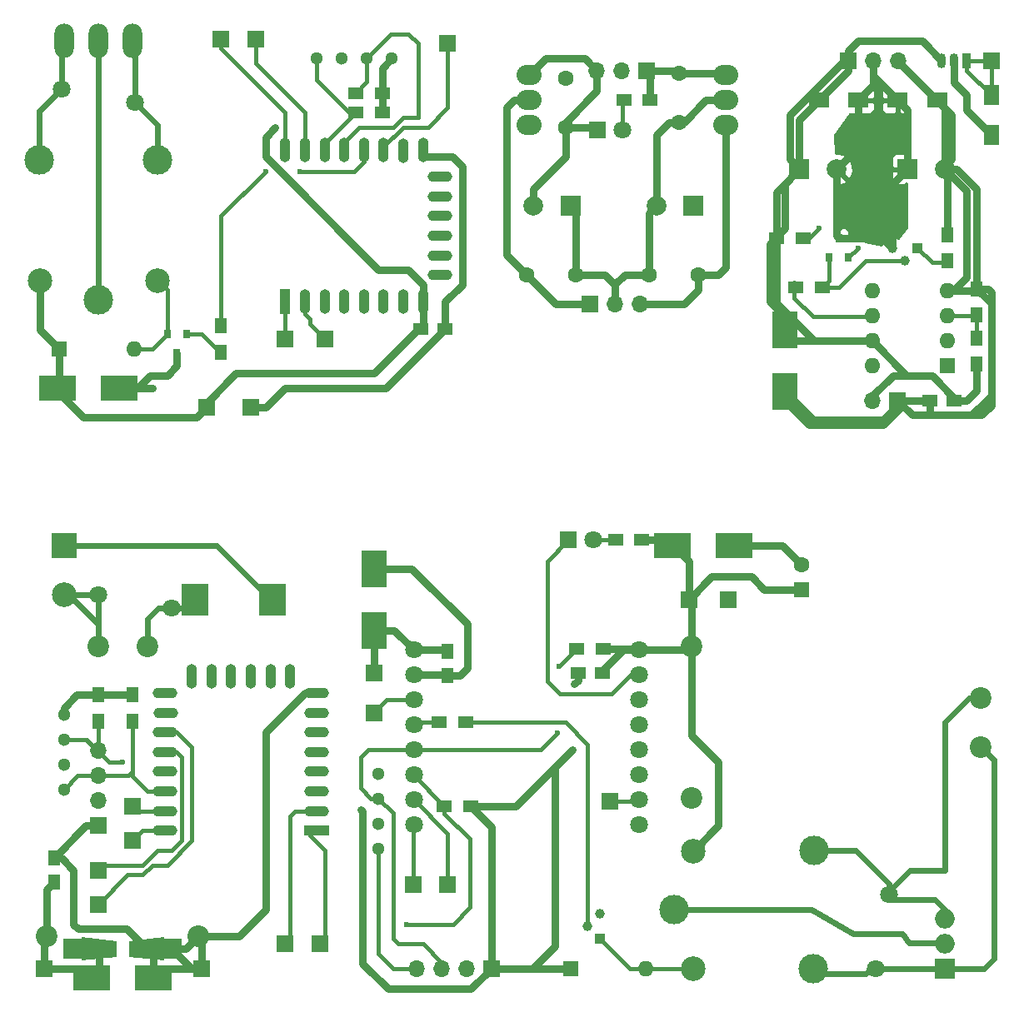
<source format=gtl>
G04 #@! TF.FileFunction,Copper,L1,Top,Signal*
%FSLAX46Y46*%
G04 Gerber Fmt 4.6, Leading zero omitted, Abs format (unit mm)*
G04 Created by KiCad (PCBNEW 4.0.7) date 03/03/18 20:57:52*
%MOMM*%
%LPD*%
G01*
G04 APERTURE LIST*
%ADD10C,0.100000*%
%ADD11R,1.100000X2.500000*%
%ADD12O,1.100000X2.500000*%
%ADD13O,2.500000X1.100000*%
%ADD14R,1.500000X1.250000*%
%ADD15R,3.750000X2.500000*%
%ADD16R,1.250000X1.500000*%
%ADD17R,2.500000X3.750000*%
%ADD18R,1.600000X1.600000*%
%ADD19C,1.600000*%
%ADD20R,2.000000X2.000000*%
%ADD21C,2.000000*%
%ADD22R,2.000000X1.600000*%
%ADD23R,1.600000X2.000000*%
%ADD24O,1.600000X1.600000*%
%ADD25R,1.800000X1.800000*%
%ADD26C,1.800000*%
%ADD27R,1.700000X1.700000*%
%ADD28O,1.700000X1.700000*%
%ADD29C,2.500000*%
%ADD30C,3.000000*%
%ADD31C,1.000000*%
%ADD32R,1.000000X1.000000*%
%ADD33R,1.300000X1.500000*%
%ADD34R,1.500000X1.300000*%
%ADD35C,1.300000*%
%ADD36C,2.200000*%
%ADD37R,2.500000X1.100000*%
%ADD38O,0.900000X1.500000*%
%ADD39R,0.900000X1.500000*%
%ADD40O,2.540000X2.032000*%
%ADD41R,1.998980X1.998980*%
%ADD42R,2.700000X3.200000*%
%ADD43R,0.800000X0.900000*%
%ADD44O,1.998980X1.998980*%
%ADD45O,1.998980X3.500120*%
%ADD46R,2.500000X2.500000*%
%ADD47C,0.600000*%
%ADD48C,0.750000*%
%ADD49C,0.400000*%
%ADD50C,0.600000*%
%ADD51C,0.254000*%
G04 APERTURE END LIST*
D10*
D11*
X126500000Y-129200000D03*
D12*
X128500000Y-129200000D03*
X130500000Y-129200000D03*
X132500000Y-129200000D03*
X134500000Y-129200000D03*
X136500000Y-129200000D03*
X138500000Y-129200000D03*
X140500000Y-129200000D03*
X140500000Y-113800000D03*
X138500000Y-113900000D03*
X136500000Y-113800000D03*
X134500000Y-113800000D03*
X132500000Y-113800000D03*
X130500000Y-113800000D03*
X128500000Y-113800000D03*
X126500000Y-113800000D03*
D13*
X142200000Y-126510000D03*
X142200000Y-124510000D03*
X142200000Y-122510000D03*
X142200000Y-120510000D03*
X142200000Y-118510000D03*
X142200000Y-116510000D03*
D14*
X140250000Y-132000000D03*
X142750000Y-132000000D03*
D15*
X103375000Y-138000000D03*
X109625000Y-138000000D03*
D16*
X103000000Y-185750000D03*
X103000000Y-188250000D03*
D15*
X113125000Y-198000000D03*
X106875000Y-198000000D03*
D14*
X158750000Y-167000000D03*
X156250000Y-167000000D03*
D15*
X165875000Y-154000000D03*
X172125000Y-154000000D03*
D17*
X135500000Y-162625000D03*
X135500000Y-156375000D03*
D16*
X143000000Y-164750000D03*
X143000000Y-167250000D03*
D18*
X179000000Y-158500000D03*
D19*
X179000000Y-156000000D03*
D17*
X177250000Y-132125000D03*
X177250000Y-138375000D03*
D19*
X168500000Y-126500000D03*
X163500000Y-126500000D03*
X156000000Y-126500000D03*
X151000000Y-126500000D03*
D14*
X194500000Y-139250000D03*
X192000000Y-139250000D03*
D20*
X168000000Y-119500000D03*
D21*
X164200000Y-119500000D03*
D20*
X155500000Y-119500000D03*
D21*
X151700000Y-119500000D03*
D19*
X166500000Y-106000000D03*
X166500000Y-111000000D03*
X155000000Y-106500000D03*
X155000000Y-111500000D03*
D22*
X180750000Y-108750000D03*
X184750000Y-108750000D03*
X188750000Y-108750000D03*
X192750000Y-108750000D03*
D20*
X178750000Y-115750000D03*
D21*
X182550000Y-115750000D03*
D20*
X189750000Y-115750000D03*
D21*
X193550000Y-115750000D03*
D23*
X198250000Y-108250000D03*
X198250000Y-112250000D03*
D18*
X155500000Y-197000000D03*
D24*
X163120000Y-197000000D03*
D25*
X155300000Y-153450000D03*
D26*
X157840000Y-153450000D03*
D25*
X158250000Y-111750000D03*
D26*
X160790000Y-111750000D03*
D27*
X147500000Y-197000000D03*
D28*
X144960000Y-197000000D03*
X142420000Y-197000000D03*
X139880000Y-197000000D03*
D27*
X157500000Y-129500000D03*
D28*
X160040000Y-129500000D03*
X162580000Y-129500000D03*
D27*
X188750000Y-139250000D03*
D28*
X186210000Y-139250000D03*
D27*
X107500000Y-182500000D03*
D28*
X107500000Y-179960000D03*
X107500000Y-177420000D03*
X107500000Y-174880000D03*
D27*
X163250000Y-105750000D03*
D28*
X160710000Y-105750000D03*
X158170000Y-105750000D03*
D27*
X183750000Y-104750000D03*
D28*
X186290000Y-104750000D03*
X188830000Y-104750000D03*
D29*
X113550000Y-127050000D03*
D30*
X113550000Y-114850000D03*
X101500000Y-114800000D03*
D29*
X101550000Y-127050000D03*
D30*
X107500000Y-129000000D03*
D29*
X167950000Y-197050000D03*
D30*
X180150000Y-197050000D03*
X180200000Y-185000000D03*
D29*
X167950000Y-185050000D03*
D30*
X166000000Y-191000000D03*
D31*
X157230000Y-192730000D03*
X158500000Y-191460000D03*
D32*
X158500000Y-194000000D03*
D31*
X189480000Y-125020000D03*
X188210000Y-123750000D03*
D32*
X190750000Y-123750000D03*
D33*
X120000000Y-134350000D03*
X120000000Y-131650000D03*
D34*
X133650000Y-110000000D03*
X136350000Y-110000000D03*
X133650000Y-108000000D03*
X136350000Y-108000000D03*
X144850000Y-172000000D03*
X142150000Y-172000000D03*
X142650000Y-180500000D03*
X145350000Y-180500000D03*
X156150000Y-164500000D03*
X158850000Y-164500000D03*
X162750000Y-153450000D03*
X160050000Y-153450000D03*
D33*
X196750000Y-135600000D03*
X196750000Y-132900000D03*
X196750000Y-130600000D03*
X196750000Y-127900000D03*
X111000000Y-171850000D03*
X111000000Y-169150000D03*
D34*
X163600000Y-108750000D03*
X160900000Y-108750000D03*
X181100000Y-127750000D03*
X178400000Y-127750000D03*
D33*
X107500000Y-171850000D03*
X107500000Y-169150000D03*
D35*
X137310000Y-104500000D03*
X134770000Y-104500000D03*
X132230000Y-104500000D03*
X129690000Y-104500000D03*
X136000000Y-177190000D03*
X136000000Y-179730000D03*
X136000000Y-182270000D03*
X136000000Y-184810000D03*
X104000000Y-171190000D03*
X104000000Y-173730000D03*
X104000000Y-176270000D03*
X104000000Y-178810000D03*
D26*
X162430000Y-164610000D03*
X139570000Y-164610000D03*
X162430000Y-167150000D03*
X139570000Y-167150000D03*
X162430000Y-169690000D03*
X139570000Y-169690000D03*
X162430000Y-172230000D03*
X139570000Y-172230000D03*
X162430000Y-174770000D03*
X139570000Y-174770000D03*
X162430000Y-177310000D03*
X139570000Y-177310000D03*
X162430000Y-179850000D03*
X139570000Y-179850000D03*
X162430000Y-182390000D03*
X139570000Y-182390000D03*
D36*
X197200000Y-174500000D03*
X197200000Y-169500000D03*
X167800000Y-179700000D03*
X167800000Y-164300000D03*
D18*
X193750000Y-135750000D03*
D24*
X186130000Y-128130000D03*
X193750000Y-133210000D03*
X186130000Y-130670000D03*
X193750000Y-130670000D03*
X186130000Y-133210000D03*
X193750000Y-128130000D03*
X186130000Y-135750000D03*
D37*
X129700000Y-183000000D03*
D13*
X129700000Y-181000000D03*
X129700000Y-179000000D03*
X129700000Y-177000000D03*
X129700000Y-175000000D03*
X129700000Y-173000000D03*
X129700000Y-171000000D03*
X129700000Y-169000000D03*
X114300000Y-169000000D03*
X114400000Y-171000000D03*
X114300000Y-173000000D03*
X114300000Y-175000000D03*
X114300000Y-177000000D03*
X114300000Y-179000000D03*
X114300000Y-181000000D03*
X114300000Y-183000000D03*
D12*
X127010000Y-167300000D03*
X125010000Y-167300000D03*
X123010000Y-167300000D03*
X121010000Y-167300000D03*
X119010000Y-167300000D03*
X117010000Y-167300000D03*
D38*
X194480000Y-104750000D03*
X193210000Y-104750000D03*
D39*
X195750000Y-104750000D03*
D40*
X171250000Y-108750000D03*
X171250000Y-106210000D03*
X171250000Y-111290000D03*
X151250000Y-108750000D03*
X151250000Y-106210000D03*
X151250000Y-111290000D03*
D10*
G36*
X114163060Y-193801120D02*
X114163060Y-196198880D01*
X110662940Y-195800100D01*
X110662940Y-194199900D01*
X114163060Y-193801120D01*
X114163060Y-193801120D01*
G37*
G36*
X105836940Y-196198880D02*
X105836940Y-193801120D01*
X109337060Y-194199900D01*
X109337060Y-195800100D01*
X105836940Y-196198880D01*
X105836940Y-196198880D01*
G37*
D41*
X115001260Y-195000000D03*
X104998740Y-195000000D03*
D27*
X118000000Y-197000000D03*
X123000000Y-140000000D03*
D36*
X107500000Y-164300000D03*
X112500000Y-164300000D03*
X102300000Y-193700000D03*
X117700000Y-193700000D03*
D27*
X118500000Y-140000000D03*
X102000000Y-197000000D03*
X143000000Y-103000000D03*
X130500000Y-133000000D03*
X167500000Y-159500000D03*
X135500000Y-167000000D03*
X171500000Y-159500000D03*
X135500000Y-171000000D03*
X159500000Y-180000000D03*
X130000000Y-194500000D03*
X126500000Y-194500000D03*
X107500000Y-187000000D03*
X198250000Y-104750000D03*
X107500000Y-190500000D03*
X143000000Y-188500000D03*
X111000000Y-180500000D03*
X139500000Y-188500000D03*
X111000000Y-184000000D03*
D42*
X117300000Y-159500000D03*
X125200000Y-159500000D03*
D43*
X116450000Y-132500000D03*
X114550000Y-132500000D03*
X115500000Y-134500000D03*
X181800000Y-124750000D03*
X183700000Y-124750000D03*
X182750000Y-122750000D03*
D44*
X193500000Y-191920000D03*
D41*
X193500000Y-197000000D03*
D44*
X193500000Y-194460000D03*
D34*
X179100000Y-122750000D03*
X176400000Y-122750000D03*
D33*
X193750000Y-125100000D03*
X193750000Y-122400000D03*
D18*
X103500000Y-134000000D03*
D24*
X111120000Y-134000000D03*
D27*
X126500000Y-133000000D03*
X123500000Y-102500000D03*
X120000000Y-102500000D03*
D45*
X107500000Y-102750000D03*
X111000120Y-102750000D03*
X103999880Y-102750000D03*
D26*
X186500000Y-197000000D03*
X187900000Y-189500000D03*
X107500000Y-159000000D03*
X115000000Y-160400000D03*
X111250000Y-109000000D03*
X103750000Y-107600000D03*
D46*
X104000000Y-154000000D03*
D29*
X104000000Y-159000000D03*
D47*
X125500000Y-111500000D03*
X113000000Y-138000000D03*
X134150000Y-180850000D03*
X155650000Y-174800000D03*
X155850000Y-168100000D03*
X154300000Y-166300000D03*
X154150000Y-173050000D03*
X138850000Y-192500000D03*
X110000000Y-176000000D03*
X184750000Y-123750000D03*
X180750000Y-121750000D03*
X128000000Y-116000000D03*
X124500000Y-116000000D03*
D48*
X140500000Y-127500000D02*
X140500000Y-128500000D01*
X139000000Y-126000000D02*
X140500000Y-127500000D01*
X136000000Y-126000000D02*
X139000000Y-126000000D01*
X124500000Y-114500000D02*
X136000000Y-126000000D01*
X124500000Y-112500000D02*
X124500000Y-114500000D01*
X125500000Y-111500000D02*
X124500000Y-112500000D01*
X136350000Y-108000000D02*
X136350000Y-105460000D01*
X136350000Y-105460000D02*
X137310000Y-104500000D01*
X136350000Y-110000000D02*
X136350000Y-108000000D01*
X118500000Y-140000000D02*
X118500000Y-139500000D01*
X118500000Y-139500000D02*
X121500000Y-136500000D01*
X140500000Y-131500000D02*
X140500000Y-128500000D01*
X135500000Y-136500000D02*
X140500000Y-131500000D01*
X121500000Y-136500000D02*
X135500000Y-136500000D01*
X118500000Y-140000000D02*
X117500000Y-141000000D01*
X103375000Y-138000000D02*
X103375000Y-138375000D01*
X103375000Y-138375000D02*
X106000000Y-141000000D01*
X106000000Y-141000000D02*
X117500000Y-141000000D01*
X103500000Y-134000000D02*
X103500000Y-137875000D01*
X103500000Y-137875000D02*
X103375000Y-138000000D01*
X101550000Y-127050000D02*
X101550000Y-132050000D01*
X101550000Y-132050000D02*
X103500000Y-134000000D01*
X115001260Y-195000000D02*
X112413000Y-195000000D01*
X112413000Y-195000000D02*
X110413000Y-193000000D01*
X103750000Y-185750000D02*
X103000000Y-185750000D01*
X105000000Y-187000000D02*
X103750000Y-185750000D01*
X105000000Y-192500000D02*
X105000000Y-187000000D01*
X105500000Y-193000000D02*
X105000000Y-192500000D01*
X110413000Y-193000000D02*
X105500000Y-193000000D01*
X129000000Y-169000000D02*
X128500000Y-169000000D01*
X128500000Y-169000000D02*
X124500000Y-173000000D01*
X124500000Y-173000000D02*
X124500000Y-191000000D01*
X124500000Y-191000000D02*
X121800000Y-193700000D01*
X121800000Y-193700000D02*
X117700000Y-193700000D01*
X107500000Y-182500000D02*
X106250000Y-182500000D01*
X106250000Y-182500000D02*
X103000000Y-185750000D01*
X118000000Y-197000000D02*
X114125000Y-197000000D01*
X114125000Y-197000000D02*
X113125000Y-198000000D01*
X118000000Y-197000000D02*
X117001260Y-197000000D01*
X117001260Y-197000000D02*
X115001260Y-195000000D01*
X118000000Y-197000000D02*
X118000000Y-194000000D01*
X118000000Y-194000000D02*
X117700000Y-193700000D01*
X115001260Y-195000000D02*
X116400000Y-195000000D01*
X116400000Y-195000000D02*
X117700000Y-193700000D01*
X113125000Y-198000000D02*
X113125000Y-195712000D01*
X113125000Y-195712000D02*
X112413000Y-195000000D01*
X104000000Y-171190000D02*
X104000000Y-170500000D01*
X105350000Y-169150000D02*
X111000000Y-169150000D01*
X104000000Y-170500000D02*
X105350000Y-169150000D01*
X109625000Y-138000000D02*
X113000000Y-138000000D01*
X123000000Y-140000000D02*
X124500000Y-140000000D01*
X136750000Y-138000000D02*
X142750000Y-132000000D01*
X126500000Y-138000000D02*
X136750000Y-138000000D01*
X124500000Y-140000000D02*
X126500000Y-138000000D01*
X142750000Y-132000000D02*
X142750000Y-129250000D01*
X143500000Y-114500000D02*
X140500000Y-114500000D01*
X144500000Y-115500000D02*
X143500000Y-114500000D01*
X144500000Y-127500000D02*
X144500000Y-115500000D01*
X142750000Y-129250000D02*
X144500000Y-127500000D01*
X109625000Y-138000000D02*
X111500000Y-138000000D01*
X111500000Y-138000000D02*
X112750000Y-136750000D01*
X112750000Y-136750000D02*
X114500000Y-136750000D01*
X115500000Y-134500000D02*
X115500000Y-135750000D01*
X115500000Y-135750000D02*
X114500000Y-136750000D01*
X102300000Y-193700000D02*
X102300000Y-188950000D01*
X102300000Y-188950000D02*
X103000000Y-188250000D01*
X102000000Y-197000000D02*
X102000000Y-194000000D01*
X102000000Y-194000000D02*
X102300000Y-193700000D01*
X107587000Y-195000000D02*
X107587000Y-197288000D01*
X107587000Y-197288000D02*
X106875000Y-198000000D01*
X104998740Y-195000000D02*
X107587000Y-195000000D01*
X102000000Y-197000000D02*
X105875000Y-197000000D01*
X105875000Y-197000000D02*
X106875000Y-198000000D01*
X167800000Y-164300000D02*
X167800000Y-159800000D01*
X167800000Y-159800000D02*
X167500000Y-159500000D01*
X147500000Y-197000000D02*
X151650000Y-197000000D01*
X153900000Y-176550000D02*
X155650000Y-174800000D01*
X153900000Y-194750000D02*
X153900000Y-176550000D01*
X151650000Y-197000000D02*
X153900000Y-194750000D01*
X134150000Y-180850000D02*
X134350000Y-181050000D01*
X134350000Y-181050000D02*
X134350000Y-196500000D01*
X134350000Y-196500000D02*
X136950000Y-199100000D01*
X136950000Y-199100000D02*
X145400000Y-199100000D01*
X145400000Y-199100000D02*
X147500000Y-197000000D01*
X149950000Y-180500000D02*
X145350000Y-180500000D01*
X155650000Y-174800000D02*
X149950000Y-180500000D01*
X147500000Y-197000000D02*
X147500000Y-182650000D01*
X147500000Y-182650000D02*
X145350000Y-180500000D01*
X167500000Y-159500000D02*
X167500000Y-155625000D01*
X167500000Y-155625000D02*
X165875000Y-154000000D01*
X179000000Y-158500000D02*
X175200000Y-158500000D01*
X169850000Y-157150000D02*
X167500000Y-159500000D01*
X173850000Y-157150000D02*
X169850000Y-157150000D01*
X175200000Y-158500000D02*
X173850000Y-157150000D01*
X162750000Y-153450000D02*
X165325000Y-153450000D01*
X165325000Y-153450000D02*
X165875000Y-154000000D01*
X155500000Y-197000000D02*
X147500000Y-197000000D01*
X162430000Y-164610000D02*
X167490000Y-164610000D01*
X167490000Y-164610000D02*
X167800000Y-164300000D01*
X158750000Y-167000000D02*
X158750000Y-166750000D01*
X158750000Y-166750000D02*
X160890000Y-164610000D01*
X160890000Y-164610000D02*
X162430000Y-164610000D01*
X158850000Y-164500000D02*
X162320000Y-164500000D01*
X162320000Y-164500000D02*
X162430000Y-164610000D01*
X167800000Y-164300000D02*
X167800000Y-173300000D01*
X170500000Y-182500000D02*
X167950000Y-185050000D01*
X170500000Y-176000000D02*
X170500000Y-182500000D01*
X167800000Y-173300000D02*
X170500000Y-176000000D01*
X135500000Y-156375000D02*
X139375000Y-156375000D01*
X144250000Y-167250000D02*
X143000000Y-167250000D01*
X145000000Y-166500000D02*
X144250000Y-167250000D01*
X145000000Y-162000000D02*
X145000000Y-166500000D01*
X139375000Y-156375000D02*
X145000000Y-162000000D01*
X156250000Y-167000000D02*
X156250000Y-167700000D01*
X156250000Y-167700000D02*
X155850000Y-168100000D01*
X172125000Y-154000000D02*
X177000000Y-154000000D01*
X177000000Y-154000000D02*
X179000000Y-156000000D01*
X139570000Y-167150000D02*
X142900000Y-167150000D01*
X142900000Y-167150000D02*
X143000000Y-167250000D01*
X135500000Y-167000000D02*
X135500000Y-162625000D01*
X135500000Y-162625000D02*
X137585000Y-162625000D01*
X137585000Y-162625000D02*
X139570000Y-164610000D01*
X139570000Y-164610000D02*
X142860000Y-164610000D01*
X142860000Y-164610000D02*
X143000000Y-164750000D01*
X177250000Y-132125000D02*
X177250000Y-130750000D01*
X177250000Y-130750000D02*
X175750000Y-129250000D01*
X175750000Y-129250000D02*
X175750000Y-123400000D01*
X175750000Y-123400000D02*
X176400000Y-122750000D01*
X178750000Y-115750000D02*
X177750000Y-114750000D01*
X177750000Y-114750000D02*
X177750000Y-110250000D01*
X177750000Y-110250000D02*
X183250000Y-104750000D01*
X183250000Y-104750000D02*
X183750000Y-104750000D01*
X176400000Y-122750000D02*
X176400000Y-122600000D01*
X176400000Y-122600000D02*
X177250000Y-121750000D01*
X177250000Y-117250000D02*
X178750000Y-115750000D01*
X177250000Y-121750000D02*
X177250000Y-117250000D01*
X178750000Y-115750000D02*
X178750000Y-110750000D01*
X178750000Y-110750000D02*
X180750000Y-108750000D01*
X183750000Y-104750000D02*
X183750000Y-103750000D01*
X191210000Y-102750000D02*
X193210000Y-104750000D01*
X184750000Y-102750000D02*
X191210000Y-102750000D01*
X183750000Y-103750000D02*
X184750000Y-102750000D01*
X194500000Y-139250000D02*
X194500000Y-139000000D01*
X194500000Y-139000000D02*
X192250000Y-136750000D01*
X192250000Y-136750000D02*
X189670000Y-136750000D01*
X194500000Y-139250000D02*
X195750000Y-139250000D01*
X196750000Y-138250000D02*
X196750000Y-135600000D01*
X195750000Y-139250000D02*
X196750000Y-138250000D01*
X186210000Y-139250000D02*
X186210000Y-138790000D01*
X186210000Y-138790000D02*
X188250000Y-136750000D01*
X188250000Y-136750000D02*
X189670000Y-136750000D01*
X189670000Y-136750000D02*
X186130000Y-133210000D01*
X186130000Y-133210000D02*
X178335000Y-133210000D01*
X178335000Y-133210000D02*
X177250000Y-132125000D01*
X186130000Y-133210000D02*
X180210000Y-133210000D01*
X176400000Y-129400000D02*
X176400000Y-122750000D01*
X180210000Y-133210000D02*
X176400000Y-129400000D01*
X176400000Y-122750000D02*
X176400000Y-118100000D01*
X176400000Y-118100000D02*
X178750000Y-115750000D01*
X183750000Y-105750000D02*
X183750000Y-104750000D01*
X178750000Y-110750000D02*
X183750000Y-105750000D01*
X177250000Y-138375000D02*
X177250000Y-139250000D01*
X177250000Y-139250000D02*
X179750000Y-141750000D01*
X187250000Y-141750000D02*
X189250000Y-139750000D01*
X179750000Y-141750000D02*
X187250000Y-141750000D01*
X189250000Y-139750000D02*
X188750000Y-139250000D01*
X188750000Y-139250000D02*
X190250000Y-140750000D01*
X198250000Y-139250000D02*
X198250000Y-129400000D01*
X198250000Y-139750000D02*
X198250000Y-139250000D01*
X197250000Y-140750000D02*
X198250000Y-139750000D01*
X190250000Y-140750000D02*
X197250000Y-140750000D01*
X198250000Y-129400000D02*
X198250000Y-128250000D01*
X197900000Y-127900000D02*
X196750000Y-127900000D01*
X198250000Y-128250000D02*
X197900000Y-127900000D01*
X193550000Y-115750000D02*
X193550000Y-115450000D01*
X193550000Y-115450000D02*
X194250000Y-114750000D01*
X194250000Y-110250000D02*
X192750000Y-108750000D01*
X194250000Y-114750000D02*
X194250000Y-110250000D01*
X196750000Y-127900000D02*
X196750000Y-117750000D01*
X194750000Y-115750000D02*
X193550000Y-115750000D01*
X196750000Y-117750000D02*
X194750000Y-115750000D01*
X192000000Y-139250000D02*
X192000000Y-140500000D01*
X192000000Y-140500000D02*
X192250000Y-140750000D01*
X192250000Y-140750000D02*
X196250000Y-140750000D01*
X196250000Y-140750000D02*
X198250000Y-138750000D01*
X198250000Y-138750000D02*
X198250000Y-129400000D01*
X198250000Y-129400000D02*
X196750000Y-127900000D01*
X188750000Y-139250000D02*
X192000000Y-139250000D01*
X188750000Y-139250000D02*
X188750000Y-139750000D01*
X188750000Y-139750000D02*
X187250000Y-141250000D01*
X180125000Y-141250000D02*
X177250000Y-138375000D01*
X187250000Y-141250000D02*
X180125000Y-141250000D01*
X188750000Y-139250000D02*
X189250000Y-139250000D01*
X193750000Y-128130000D02*
X196520000Y-128130000D01*
X196520000Y-128130000D02*
X196750000Y-127900000D01*
X193750000Y-128130000D02*
X194370000Y-128130000D01*
X194370000Y-128130000D02*
X195750000Y-126750000D01*
X195750000Y-117950000D02*
X193550000Y-115750000D01*
X195750000Y-126750000D02*
X195750000Y-117950000D01*
X193750000Y-122400000D02*
X193750000Y-115950000D01*
X193750000Y-115950000D02*
X193550000Y-115750000D01*
X188830000Y-104750000D02*
X188830000Y-104830000D01*
X188830000Y-104830000D02*
X193550000Y-109550000D01*
X193550000Y-109550000D02*
X193550000Y-115750000D01*
X168500000Y-126500000D02*
X170500000Y-126500000D01*
X171250000Y-125750000D02*
X171250000Y-111290000D01*
X170500000Y-126500000D02*
X171250000Y-125750000D01*
X162580000Y-129500000D02*
X167000000Y-129500000D01*
X168500000Y-128000000D02*
X168500000Y-126500000D01*
X167000000Y-129500000D02*
X168500000Y-128000000D01*
X151000000Y-126500000D02*
X149000000Y-124500000D01*
X149000000Y-124500000D02*
X149000000Y-109500000D01*
X149000000Y-109500000D02*
X149750000Y-108750000D01*
X149750000Y-108750000D02*
X151250000Y-108750000D01*
X157500000Y-129500000D02*
X154000000Y-129500000D01*
X154000000Y-129500000D02*
X151000000Y-126500000D01*
D49*
X149750000Y-108750000D02*
X151250000Y-108750000D01*
X149000000Y-109500000D02*
X149750000Y-108750000D01*
X149000000Y-124500000D02*
X149000000Y-109500000D01*
X154000000Y-129500000D02*
X151000000Y-126500000D01*
D48*
X166500000Y-106000000D02*
X171040000Y-106000000D01*
X171040000Y-106000000D02*
X171250000Y-106210000D01*
X163250000Y-105750000D02*
X166250000Y-105750000D01*
X166250000Y-105750000D02*
X166500000Y-106000000D01*
X163600000Y-108750000D02*
X163600000Y-106100000D01*
X163600000Y-106100000D02*
X163250000Y-105750000D01*
X151250000Y-106210000D02*
X151290000Y-106210000D01*
X151290000Y-106210000D02*
X153000000Y-104500000D01*
X153000000Y-104500000D02*
X156920000Y-104500000D01*
X156920000Y-104500000D02*
X158170000Y-105750000D01*
X155000000Y-111500000D02*
X155000000Y-111000000D01*
X155000000Y-111000000D02*
X158170000Y-107830000D01*
X158170000Y-107830000D02*
X158170000Y-105750000D01*
X155000000Y-111500000D02*
X158000000Y-111500000D01*
X158000000Y-111500000D02*
X158250000Y-111750000D01*
X151700000Y-119500000D02*
X151700000Y-117800000D01*
X155000000Y-114500000D02*
X155000000Y-111500000D01*
X151700000Y-117800000D02*
X155000000Y-114500000D01*
X198250000Y-112250000D02*
X195750000Y-109750000D01*
X194480000Y-106980000D02*
X194480000Y-104750000D01*
X195750000Y-108250000D02*
X194480000Y-106980000D01*
X195750000Y-109750000D02*
X195750000Y-108250000D01*
X186290000Y-104750000D02*
X186290000Y-107210000D01*
X186290000Y-107210000D02*
X184750000Y-108750000D01*
X184750000Y-108750000D02*
X184750000Y-113550000D01*
X184750000Y-113550000D02*
X182550000Y-115750000D01*
X182550000Y-115750000D02*
X182550000Y-122550000D01*
X182550000Y-122550000D02*
X182750000Y-122750000D01*
X182750000Y-122750000D02*
X187210000Y-122750000D01*
X187210000Y-122750000D02*
X188210000Y-123750000D01*
X188210000Y-123750000D02*
X188210000Y-117290000D01*
X188210000Y-117290000D02*
X189750000Y-115750000D01*
X189750000Y-115750000D02*
X189750000Y-109750000D01*
X189750000Y-109750000D02*
X186290000Y-106290000D01*
X186290000Y-106290000D02*
X186290000Y-104750000D01*
D49*
X195750000Y-104750000D02*
X198250000Y-104750000D01*
X198250000Y-104750000D02*
X198250000Y-108250000D01*
X198250000Y-108250000D02*
X195750000Y-105750000D01*
X195750000Y-105750000D02*
X195750000Y-104750000D01*
X114550000Y-132500000D02*
X114550000Y-128050000D01*
X114550000Y-128050000D02*
X113550000Y-127050000D01*
X111120000Y-134000000D02*
X113050000Y-134000000D01*
X113050000Y-134000000D02*
X114550000Y-132500000D01*
X163120000Y-197000000D02*
X161500000Y-197000000D01*
X161500000Y-197000000D02*
X158500000Y-194000000D01*
X167950000Y-197050000D02*
X163170000Y-197050000D01*
X163170000Y-197050000D02*
X163120000Y-197000000D01*
X162430000Y-167150000D02*
X161600000Y-167150000D01*
X161600000Y-167150000D02*
X159700000Y-169050000D01*
X159700000Y-169050000D02*
X154400000Y-169050000D01*
X154400000Y-169050000D02*
X153150000Y-167800000D01*
X153150000Y-167800000D02*
X153150000Y-155600000D01*
X153150000Y-155600000D02*
X155300000Y-153450000D01*
X157840000Y-153450000D02*
X160050000Y-153450000D01*
X160790000Y-111750000D02*
X160790000Y-108860000D01*
X160790000Y-108860000D02*
X160900000Y-108750000D01*
X136500000Y-114500000D02*
X136500000Y-113500000D01*
X136500000Y-113500000D02*
X138500000Y-111500000D01*
X138500000Y-111500000D02*
X141000000Y-111500000D01*
X141000000Y-111500000D02*
X143000000Y-109500000D01*
X143000000Y-109500000D02*
X143000000Y-103000000D01*
D50*
X103750000Y-107600000D02*
X103750000Y-102999880D01*
X103750000Y-102999880D02*
X103999880Y-102750000D01*
X101500000Y-114800000D02*
X101500000Y-109850000D01*
X101500000Y-109850000D02*
X103750000Y-107600000D01*
X113550000Y-114850000D02*
X113550000Y-111300000D01*
X113550000Y-111300000D02*
X111250000Y-109000000D01*
X111250000Y-109000000D02*
X111250000Y-102999880D01*
X111250000Y-102999880D02*
X111000120Y-102750000D01*
X107500000Y-103040000D02*
X107460000Y-103000000D01*
X107500000Y-129000000D02*
X107500000Y-103040000D01*
D49*
X130500000Y-133000000D02*
X129000000Y-131500000D01*
X128500000Y-130500000D02*
X128500000Y-128500000D01*
X129000000Y-131000000D02*
X128500000Y-130500000D01*
X129000000Y-131500000D02*
X129000000Y-131000000D01*
X139570000Y-174770000D02*
X152430000Y-174770000D01*
X154300000Y-166300000D02*
X156100000Y-164500000D01*
X152430000Y-174770000D02*
X154150000Y-173050000D01*
X156100000Y-164500000D02*
X156150000Y-164500000D01*
X136000000Y-179730000D02*
X135230000Y-179730000D01*
X134930000Y-174770000D02*
X139570000Y-174770000D01*
X134150000Y-175550000D02*
X134930000Y-174770000D01*
X134150000Y-178650000D02*
X134150000Y-175550000D01*
X135230000Y-179730000D02*
X134150000Y-178650000D01*
X142420000Y-197000000D02*
X142420000Y-196420000D01*
X142420000Y-196420000D02*
X140500000Y-194500000D01*
X140500000Y-194500000D02*
X138000000Y-194500000D01*
X138000000Y-194500000D02*
X137500000Y-194000000D01*
X137500000Y-194000000D02*
X137500000Y-181230000D01*
X137500000Y-181230000D02*
X136000000Y-179730000D01*
X142650000Y-180500000D02*
X142650000Y-181250000D01*
X143550000Y-192500000D02*
X138850000Y-192500000D01*
X145250000Y-190800000D02*
X143550000Y-192500000D01*
X145250000Y-183850000D02*
X145250000Y-190800000D01*
X142650000Y-181250000D02*
X145250000Y-183850000D01*
X139570000Y-177310000D02*
X139570000Y-177420000D01*
X139570000Y-177420000D02*
X142650000Y-180500000D01*
X139880000Y-197000000D02*
X137500000Y-197000000D01*
X137500000Y-197000000D02*
X136000000Y-195500000D01*
X136000000Y-195500000D02*
X136000000Y-184810000D01*
X139570000Y-169690000D02*
X136810000Y-169690000D01*
X136810000Y-169690000D02*
X135500000Y-171000000D01*
D50*
X187900000Y-190000000D02*
X187900000Y-188400000D01*
X184500000Y-185000000D02*
X180200000Y-185000000D01*
X187900000Y-188400000D02*
X184500000Y-185000000D01*
X193500000Y-191920000D02*
X193500000Y-191000000D01*
X193500000Y-191000000D02*
X192500000Y-190000000D01*
X192500000Y-190000000D02*
X187900000Y-190000000D01*
X197200000Y-169500000D02*
X196000000Y-169500000D01*
X193500000Y-187000000D02*
X190000000Y-187000000D01*
X190000000Y-187000000D02*
X187800000Y-189200000D01*
X193500000Y-172000000D02*
X193500000Y-187000000D01*
X196000000Y-169500000D02*
X193500000Y-172000000D01*
X185500000Y-197500000D02*
X180600000Y-197500000D01*
X180600000Y-197500000D02*
X180150000Y-197050000D01*
X193500000Y-197000000D02*
X186000000Y-197000000D01*
X186000000Y-197000000D02*
X185500000Y-197500000D01*
X193500000Y-197000000D02*
X197500000Y-197000000D01*
X198500000Y-175800000D02*
X197200000Y-174500000D01*
X198500000Y-196000000D02*
X198500000Y-175800000D01*
X197500000Y-197000000D02*
X198500000Y-196000000D01*
X193644890Y-194395680D02*
X189894890Y-194395680D01*
X180000000Y-191000000D02*
X166000000Y-191000000D01*
X184250000Y-193500000D02*
X180000000Y-191000000D01*
X189250000Y-193500000D02*
X184250000Y-193500000D01*
X189894890Y-194395680D02*
X189250000Y-193500000D01*
D49*
X159500000Y-180000000D02*
X162280000Y-180000000D01*
X162280000Y-180000000D02*
X162430000Y-179850000D01*
X107500000Y-177420000D02*
X105390000Y-177420000D01*
X105390000Y-177420000D02*
X104000000Y-178810000D01*
X111000000Y-171850000D02*
X111000000Y-177000000D01*
X110580000Y-177420000D02*
X107500000Y-177420000D01*
X111000000Y-177000000D02*
X110580000Y-177420000D01*
X111000000Y-171850000D02*
X111000000Y-177500000D01*
X112500000Y-179000000D02*
X115000000Y-179000000D01*
X111000000Y-177500000D02*
X112500000Y-179000000D01*
X107500000Y-171850000D02*
X107500000Y-174880000D01*
X107500000Y-174880000D02*
X107380000Y-174880000D01*
X107380000Y-174880000D02*
X106230000Y-173730000D01*
X106230000Y-173730000D02*
X104000000Y-173730000D01*
X104000000Y-173730000D02*
X106350000Y-173730000D01*
X108620000Y-176000000D02*
X110000000Y-176000000D01*
X106350000Y-173730000D02*
X108620000Y-176000000D01*
X129000000Y-183000000D02*
X129000000Y-183500000D01*
X129000000Y-183500000D02*
X130500000Y-185000000D01*
X130500000Y-185000000D02*
X130500000Y-194500000D01*
X129000000Y-181000000D02*
X127500000Y-181000000D01*
X127000000Y-181500000D02*
X127000000Y-194500000D01*
X127500000Y-181000000D02*
X127000000Y-181500000D01*
X113500000Y-185000000D02*
X112500000Y-186000000D01*
X115000000Y-185000000D02*
X113500000Y-185000000D01*
X116000000Y-184000000D02*
X115000000Y-185000000D01*
X116000000Y-175500000D02*
X116000000Y-184000000D01*
X115500000Y-175000000D02*
X116000000Y-175500000D01*
X112000000Y-186500000D02*
X108000000Y-186500000D01*
X112500000Y-186000000D02*
X112000000Y-186500000D01*
X108000000Y-186500000D02*
X107500000Y-187000000D01*
X115000000Y-175000000D02*
X115500000Y-175000000D01*
X113000000Y-186500000D02*
X112000000Y-187500000D01*
X114500000Y-186500000D02*
X113000000Y-186500000D01*
X117000000Y-184000000D02*
X114500000Y-186500000D01*
X117000000Y-174500000D02*
X117000000Y-184000000D01*
X115500000Y-173000000D02*
X117000000Y-174500000D01*
X110500000Y-187500000D02*
X107500000Y-190500000D01*
X112000000Y-187500000D02*
X110500000Y-187500000D01*
X115000000Y-173000000D02*
X115500000Y-173000000D01*
X144850000Y-172000000D02*
X155000000Y-172000000D01*
X157230000Y-174230000D02*
X157230000Y-192730000D01*
X155000000Y-172000000D02*
X157230000Y-174230000D01*
X183700000Y-124750000D02*
X183750000Y-124750000D01*
X183750000Y-124750000D02*
X184750000Y-123750000D01*
X180750000Y-121750000D02*
X179750000Y-122750000D01*
X179750000Y-122750000D02*
X179100000Y-122750000D01*
X181100000Y-127750000D02*
X182750000Y-127750000D01*
X185480000Y-125020000D02*
X189480000Y-125020000D01*
X182750000Y-127750000D02*
X185480000Y-125020000D01*
X181800000Y-124750000D02*
X181800000Y-127050000D01*
X181800000Y-127050000D02*
X181100000Y-127750000D01*
X190750000Y-123750000D02*
X192250000Y-125250000D01*
X192250000Y-125250000D02*
X193600000Y-125250000D01*
X193600000Y-125250000D02*
X193750000Y-125100000D01*
X134500000Y-114500000D02*
X134500000Y-115000000D01*
X134500000Y-115000000D02*
X133500000Y-116000000D01*
X133500000Y-116000000D02*
X128000000Y-116000000D01*
X124500000Y-116000000D02*
X120000000Y-120500000D01*
X120000000Y-120500000D02*
X120000000Y-131650000D01*
X133650000Y-110000000D02*
X133000000Y-110000000D01*
X133000000Y-110000000D02*
X129690000Y-106690000D01*
X129690000Y-106690000D02*
X129690000Y-104500000D01*
X130500000Y-114500000D02*
X130500000Y-113150000D01*
X130500000Y-113150000D02*
X133650000Y-110000000D01*
X132500000Y-114500000D02*
X132500000Y-113000000D01*
X132500000Y-113000000D02*
X134000000Y-111500000D01*
X134000000Y-111500000D02*
X137500000Y-111500000D01*
X137500000Y-111500000D02*
X138500000Y-110500000D01*
X138500000Y-110500000D02*
X140000000Y-110500000D01*
X140000000Y-110500000D02*
X140000000Y-103000000D01*
X140000000Y-103000000D02*
X139000000Y-102000000D01*
X139000000Y-102000000D02*
X137270000Y-102000000D01*
X137270000Y-102000000D02*
X134770000Y-104500000D01*
X134770000Y-104500000D02*
X134770000Y-106880000D01*
X134770000Y-106880000D02*
X133650000Y-108000000D01*
X142150000Y-172000000D02*
X139800000Y-172000000D01*
X139800000Y-172000000D02*
X139570000Y-172230000D01*
X193750000Y-130670000D02*
X196680000Y-130670000D01*
X196680000Y-130670000D02*
X196750000Y-130600000D01*
X196750000Y-132900000D02*
X196750000Y-130600000D01*
X186630000Y-130750000D02*
X180170000Y-130750000D01*
X178250000Y-128900000D02*
X178250000Y-127250000D01*
X180170000Y-130750000D02*
X178250000Y-128900000D01*
X143000000Y-188500000D02*
X143000000Y-183280000D01*
X143000000Y-183280000D02*
X139570000Y-179850000D01*
X115000000Y-181000000D02*
X111500000Y-181000000D01*
X111500000Y-181000000D02*
X111000000Y-180500000D01*
X139500000Y-188500000D02*
X139500000Y-182460000D01*
X139500000Y-182460000D02*
X139570000Y-182390000D01*
X115000000Y-183000000D02*
X112000000Y-183000000D01*
X112000000Y-183000000D02*
X111000000Y-184000000D01*
D50*
X107500000Y-164300000D02*
X107500000Y-162000000D01*
X107500000Y-162000000D02*
X104500000Y-159000000D01*
X104500000Y-159000000D02*
X104000000Y-159000000D01*
X104000000Y-159000000D02*
X107500000Y-159000000D01*
X107500000Y-164300000D02*
X107500000Y-159000000D01*
X115000000Y-160400000D02*
X113600000Y-160400000D01*
X112500000Y-161500000D02*
X112500000Y-164300000D01*
X113600000Y-160400000D02*
X112500000Y-161500000D01*
X115000000Y-160400000D02*
X116400000Y-160400000D01*
X116400000Y-160400000D02*
X117300000Y-159500000D01*
X104000000Y-154000000D02*
X104000000Y-154000000D01*
X119500000Y-154000000D02*
X125200000Y-159700000D01*
X104000000Y-154000000D02*
X119500000Y-154000000D01*
X125200000Y-159700000D02*
X125200000Y-160500000D01*
D49*
X120000000Y-134350000D02*
X119850000Y-134350000D01*
X119850000Y-134350000D02*
X118000000Y-132500000D01*
X118000000Y-132500000D02*
X116450000Y-132500000D01*
D48*
X166500000Y-111000000D02*
X165500000Y-111000000D01*
X164200000Y-112300000D02*
X164200000Y-119500000D01*
X165500000Y-111000000D02*
X164200000Y-112300000D01*
X166500000Y-111000000D02*
X167000000Y-111000000D01*
X167000000Y-111000000D02*
X169250000Y-108750000D01*
X169250000Y-108750000D02*
X171250000Y-108750000D01*
X163500000Y-126500000D02*
X163500000Y-120200000D01*
X163500000Y-120200000D02*
X164200000Y-119500000D01*
X156000000Y-126500000D02*
X156000000Y-120000000D01*
X156000000Y-120000000D02*
X155500000Y-119500000D01*
X160040000Y-129500000D02*
X160040000Y-127540000D01*
X159000000Y-126500000D02*
X156000000Y-126500000D01*
X160040000Y-127540000D02*
X159000000Y-126500000D01*
X160040000Y-129500000D02*
X160040000Y-127460000D01*
X161000000Y-126500000D02*
X163500000Y-126500000D01*
X160040000Y-127460000D02*
X161000000Y-126500000D01*
D49*
X126500000Y-133000000D02*
X126500000Y-128500000D01*
X128500000Y-114500000D02*
X128500000Y-110000000D01*
X123500000Y-105000000D02*
X123500000Y-102500000D01*
X128500000Y-110000000D02*
X123500000Y-105000000D01*
X126500000Y-114500000D02*
X126500000Y-110000000D01*
X120000000Y-103500000D02*
X120000000Y-102500000D01*
X126500000Y-110000000D02*
X120000000Y-103500000D01*
D51*
G36*
X187165435Y-107701929D02*
X187115000Y-107823690D01*
X187115000Y-108464250D01*
X187273750Y-108623000D01*
X188240018Y-108623000D01*
X188536352Y-108877000D01*
X187273750Y-108877000D01*
X187115000Y-109035750D01*
X187115000Y-109676310D01*
X187211673Y-109909699D01*
X187390302Y-110088327D01*
X187623691Y-110185000D01*
X188464250Y-110185000D01*
X188623000Y-110026250D01*
X188623000Y-108951270D01*
X188877000Y-109168984D01*
X188877000Y-110026250D01*
X189035750Y-110185000D01*
X189623000Y-110185000D01*
X189623000Y-114115000D01*
X189622998Y-114115000D01*
X189622998Y-114273748D01*
X189464250Y-114115000D01*
X188623691Y-114115000D01*
X188390302Y-114211673D01*
X188211673Y-114390301D01*
X188115000Y-114623690D01*
X188115000Y-115464250D01*
X188273750Y-115623000D01*
X189623000Y-115623000D01*
X189623000Y-115877000D01*
X188273750Y-115877000D01*
X188115000Y-116035750D01*
X188115000Y-116876310D01*
X188211673Y-117109699D01*
X188390302Y-117288327D01*
X188623691Y-117385000D01*
X189464250Y-117385000D01*
X189622998Y-117226252D01*
X189622998Y-117385000D01*
X189623000Y-117385000D01*
X189623000Y-121707667D01*
X188794920Y-122811773D01*
X188783352Y-122744783D01*
X188355028Y-122601888D01*
X187904625Y-122633783D01*
X187636648Y-122744783D01*
X187599501Y-122959896D01*
X188210000Y-123570395D01*
X188224143Y-123556253D01*
X188231239Y-123563349D01*
X188195494Y-123611008D01*
X187823827Y-123543432D01*
X187419896Y-123139501D01*
X187204783Y-123176648D01*
X187124818Y-123416340D01*
X185430547Y-123108290D01*
X185280327Y-122957808D01*
X184936799Y-122815162D01*
X184564833Y-122814838D01*
X184336181Y-122909315D01*
X182872054Y-122643110D01*
X182870144Y-122603000D01*
X182877000Y-122603000D01*
X182877000Y-122623000D01*
X183626250Y-122623000D01*
X183785000Y-122464250D01*
X183785000Y-122173691D01*
X183688327Y-121940302D01*
X183509699Y-121761673D01*
X183276310Y-121665000D01*
X183035750Y-121665000D01*
X182877002Y-121823748D01*
X182877002Y-121665000D01*
X182825477Y-121665000D01*
X182621595Y-117383470D01*
X182935460Y-117371856D01*
X183424264Y-117169387D01*
X183522927Y-116902532D01*
X182552482Y-115932087D01*
X182543812Y-115750000D01*
X182729605Y-115750000D01*
X183702532Y-116722927D01*
X183969387Y-116624264D01*
X184195908Y-116014539D01*
X184171856Y-115364540D01*
X183969387Y-114875736D01*
X183702532Y-114777073D01*
X182729605Y-115750000D01*
X182543812Y-115750000D01*
X182534643Y-115557467D01*
X182535858Y-115556253D01*
X182550000Y-115570395D01*
X183522927Y-114597468D01*
X183424264Y-114330613D01*
X182814539Y-114104092D01*
X182466048Y-114116987D01*
X182378981Y-112288575D01*
X183908854Y-110185000D01*
X184464250Y-110185000D01*
X184623000Y-110026250D01*
X184623000Y-109203049D01*
X184860126Y-108877000D01*
X184877000Y-108877000D01*
X184877000Y-110026250D01*
X185035750Y-110185000D01*
X185876309Y-110185000D01*
X186109698Y-110088327D01*
X186288327Y-109909699D01*
X186385000Y-109676310D01*
X186385000Y-109035750D01*
X186226250Y-108877000D01*
X184877000Y-108877000D01*
X184860126Y-108877000D01*
X185044854Y-108623000D01*
X186226250Y-108623000D01*
X186385000Y-108464250D01*
X186385000Y-107823690D01*
X186288327Y-107590301D01*
X186109698Y-107411673D01*
X185968388Y-107353140D01*
X186271797Y-106935953D01*
X187165435Y-107701929D01*
X187165435Y-107701929D01*
G37*
X187165435Y-107701929D02*
X187115000Y-107823690D01*
X187115000Y-108464250D01*
X187273750Y-108623000D01*
X188240018Y-108623000D01*
X188536352Y-108877000D01*
X187273750Y-108877000D01*
X187115000Y-109035750D01*
X187115000Y-109676310D01*
X187211673Y-109909699D01*
X187390302Y-110088327D01*
X187623691Y-110185000D01*
X188464250Y-110185000D01*
X188623000Y-110026250D01*
X188623000Y-108951270D01*
X188877000Y-109168984D01*
X188877000Y-110026250D01*
X189035750Y-110185000D01*
X189623000Y-110185000D01*
X189623000Y-114115000D01*
X189622998Y-114115000D01*
X189622998Y-114273748D01*
X189464250Y-114115000D01*
X188623691Y-114115000D01*
X188390302Y-114211673D01*
X188211673Y-114390301D01*
X188115000Y-114623690D01*
X188115000Y-115464250D01*
X188273750Y-115623000D01*
X189623000Y-115623000D01*
X189623000Y-115877000D01*
X188273750Y-115877000D01*
X188115000Y-116035750D01*
X188115000Y-116876310D01*
X188211673Y-117109699D01*
X188390302Y-117288327D01*
X188623691Y-117385000D01*
X189464250Y-117385000D01*
X189622998Y-117226252D01*
X189622998Y-117385000D01*
X189623000Y-117385000D01*
X189623000Y-121707667D01*
X188794920Y-122811773D01*
X188783352Y-122744783D01*
X188355028Y-122601888D01*
X187904625Y-122633783D01*
X187636648Y-122744783D01*
X187599501Y-122959896D01*
X188210000Y-123570395D01*
X188224143Y-123556253D01*
X188231239Y-123563349D01*
X188195494Y-123611008D01*
X187823827Y-123543432D01*
X187419896Y-123139501D01*
X187204783Y-123176648D01*
X187124818Y-123416340D01*
X185430547Y-123108290D01*
X185280327Y-122957808D01*
X184936799Y-122815162D01*
X184564833Y-122814838D01*
X184336181Y-122909315D01*
X182872054Y-122643110D01*
X182870144Y-122603000D01*
X182877000Y-122603000D01*
X182877000Y-122623000D01*
X183626250Y-122623000D01*
X183785000Y-122464250D01*
X183785000Y-122173691D01*
X183688327Y-121940302D01*
X183509699Y-121761673D01*
X183276310Y-121665000D01*
X183035750Y-121665000D01*
X182877002Y-121823748D01*
X182877002Y-121665000D01*
X182825477Y-121665000D01*
X182621595Y-117383470D01*
X182935460Y-117371856D01*
X183424264Y-117169387D01*
X183522927Y-116902532D01*
X182552482Y-115932087D01*
X182543812Y-115750000D01*
X182729605Y-115750000D01*
X183702532Y-116722927D01*
X183969387Y-116624264D01*
X184195908Y-116014539D01*
X184171856Y-115364540D01*
X183969387Y-114875736D01*
X183702532Y-114777073D01*
X182729605Y-115750000D01*
X182543812Y-115750000D01*
X182534643Y-115557467D01*
X182535858Y-115556253D01*
X182550000Y-115570395D01*
X183522927Y-114597468D01*
X183424264Y-114330613D01*
X182814539Y-114104092D01*
X182466048Y-114116987D01*
X182378981Y-112288575D01*
X183908854Y-110185000D01*
X184464250Y-110185000D01*
X184623000Y-110026250D01*
X184623000Y-109203049D01*
X184860126Y-108877000D01*
X184877000Y-108877000D01*
X184877000Y-110026250D01*
X185035750Y-110185000D01*
X185876309Y-110185000D01*
X186109698Y-110088327D01*
X186288327Y-109909699D01*
X186385000Y-109676310D01*
X186385000Y-109035750D01*
X186226250Y-108877000D01*
X184877000Y-108877000D01*
X184860126Y-108877000D01*
X185044854Y-108623000D01*
X186226250Y-108623000D01*
X186385000Y-108464250D01*
X186385000Y-107823690D01*
X186288327Y-107590301D01*
X186109698Y-107411673D01*
X185968388Y-107353140D01*
X186271797Y-106935953D01*
X187165435Y-107701929D01*
M02*

</source>
